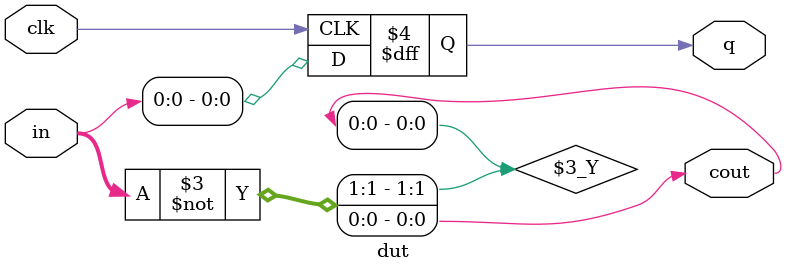
<source format=sv>
module dut(in,q,cout,clk);
  input [1:0] in;
  input clk;
  output reg q;
  output reg cout;
  
  always @(posedge clk)
    q <= in;
  always @(in)
    cout = ~in;
endmodule
</source>
